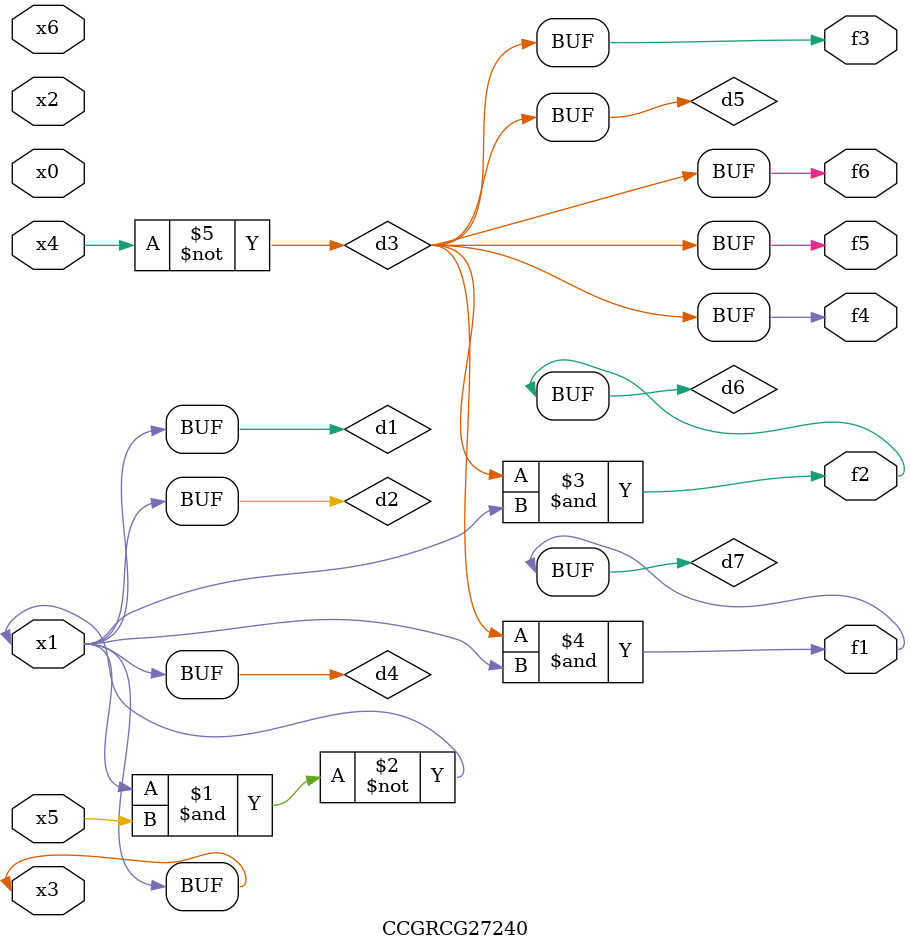
<source format=v>
module CCGRCG27240(
	input x0, x1, x2, x3, x4, x5, x6,
	output f1, f2, f3, f4, f5, f6
);

	wire d1, d2, d3, d4, d5, d6, d7;

	buf (d1, x1, x3);
	nand (d2, x1, x5);
	not (d3, x4);
	buf (d4, d1, d2);
	buf (d5, d3);
	and (d6, d3, d4);
	and (d7, d3, d4);
	assign f1 = d7;
	assign f2 = d6;
	assign f3 = d5;
	assign f4 = d5;
	assign f5 = d5;
	assign f6 = d5;
endmodule

</source>
